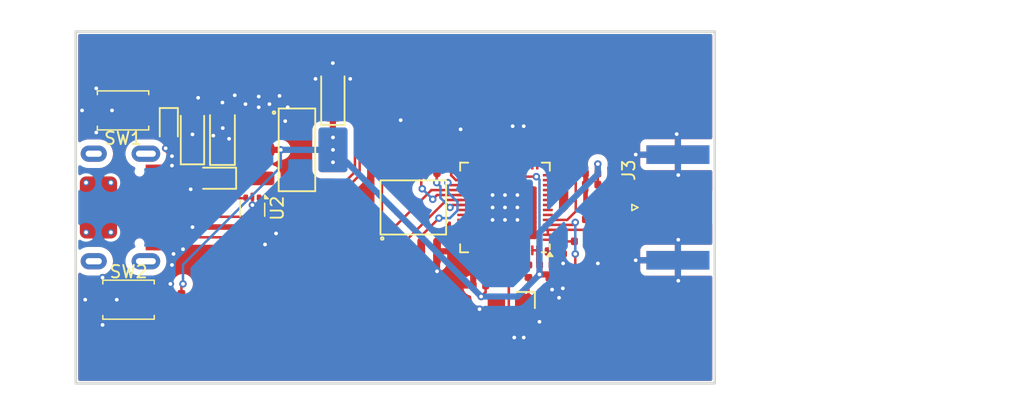
<source format=kicad_pcb>
(kicad_pcb (version 20240108) (generator "pcbnew") (generator_version "8.0")
  (layers (0 "F.Cu" signal) (31 "B.Cu" signal) (34 "B.Paste" user) (35 "F.Paste" user) (36 "B.SilkS" user "B.Silkscreen") (37 "F.SilkS" user "F.Silkscreen") (38 "B.Mask" user) (39 "F.Mask" user) (44 "Edge.Cuts" user))
  (net 0 "")
  (net 1 "Net-(U1-LNA_IN)")
  (net 2 "GND")
  (net 3 "Net-(J3-In)")
  (net 4 "+3.3V")
  (net 5 "/VDD_SPI")
  (net 6 "/VDD3P3")
  (net 7 "/VBUS")
  (net 8 "/VIN")
  (net 9 "/D_P")
  (net 10 "Net-(C16-Pad1)")
  (net 11 "Net-(D3-Pad1)")
  (net 19 "/D_N")
  (net 20 "Net-(J1-CC1)")
  (net 24 "/SPICS0")
  (net 25 "/XTAL_P")
  (net 26 "/IO12")
  (net 27 "/SCL")
  (net 28 "/IO14")
  (net 29 "/IO21")
  (net 30 "/IO46")
  (net 31 "/D-")
  (net 32 "/SPICLK")
  (net 33 "/U0RXD")
  (net 34 "/MTD0")
  (net 35 "/D+")
  (net 36 "/XTAL_32K_N")
  (net 37 "/SPICLK_N")
  (net 38 "/IO1")
  (net 39 "/SDA")
  (net 40 "/IO2")
  (net 41 "/MTMS")
  (net 42 "/IO38")
  (net 43 "/IO5")
  (net 44 "/IO18")
  (net 45 "/IO34")
  (net 46 "/RESET")
  (net 47 "/SPID")
  (net 48 "Net-(J1-CC2)")
  (net 49 "/IO7")
  (net 50 "/IO3")
  (net 51 "/IO45")
  (net 52 "/SPICLK_P")
  (net 53 "/IO11")
  (net 54 "/IO6")
  (net 55 "/SPIWP")
  (net 56 "/U0TXD")
  (net 57 "/IO33")
  (net 58 "/IO13")
  (net 59 "/SPIHD")
  (net 60 "/IO10")
  (net 61 "/SPIQ")
  (net 62 "/IO37")
  (net 63 "/XTAL_32K_P")
  (net 64 "/IO36")
  (net 65 "/BOOT")
  (net 66 "/MTDI")
  (net 67 "/IO4")
  (net 68 "/IO17")
  (net 69 "/MTCK")
  (net 70 "/IO35")
  (net 71 "/XTAL_N")
  (footprint "JLCPCB-Kicad-Footprints:SOT-223-3_L6.5-W3.4-P2.30-LS7.0-BR" (layer "F.Cu") (at 119.312 85.725 180)
    (property "Reference" "U4" (hide yes))
    (property "Value" "AMS1117")
  )
  (footprint "JLCPCB-Kicad-Footprints:SOIC-8_L5.3-W5.3-P1.27-LS8.0-BL" (layer "F.Cu") (at 128.778 90.3625)
    (property "Reference" "U3" (hide yes))
    (property "Value" "W25Q128")
  )
  (footprint "Package_TO_SOT_SMD:SOT-666" (layer "F.Cu") (at 115.824 90.424 -90)
    (property "Reference" "U2")
    (property "Value" "USBLC6-2P6")
  )
  (footprint "JLCPCB-Kicad-Footprints:QFN-56-1EP_7x7mm_P0.4mm_EP4x4mm_ThermalVias" (layer "F.Cu") (at 136.16 90.365 180)
    (property "Reference" "U1" (hide yes))
    (property "Value" "ESP32-S3")
  )
  (footprint "JLCPCB-Kicad-Footprints:L_0402" (layer "F.Cu") (at 142.248 93.091)
    (property "Reference" "L2" (hide yes))
    (property "Value" "2.2nH")
  )
  (footprint "JLCPCB-Kicad-Footprints:R_0402" (layer "F.Cu") (at 109.72 88.9)
    (property "Reference" "R2" (hide yes))
    (property "Value" "5.1kΩ" (hide yes))
  )
  (footprint "JLCPCB-Kicad-Footprints:C_0402" (layer "F.Cu") (at 143.137 91.313 180)
    (property "Reference" "C7" (hide yes))
    (property "Value" "100nF")
  )
  (footprint "JLCPCB-Kicad-Footprints:C_0402" (layer "F.Cu") (at 139.065 97.663 90)
    (property "Reference" "C16" (hide yes))
    (property "Value" "30pF")
  )
  (footprint "JLCPCB-Kicad-Footprints:C_0402" (layer "F.Cu") (at 134.104 96.647 180)
    (property "Reference" "C9" (hide yes))
    (property "Value" "10nF")
  )
  (footprint "JLCPCB-Kicad-Footprints:D_SOD-323" (layer "F.Cu") (at 112.903 88.011 180)
    (property "Reference" "D1" (hide yes))
    (property "Value" "RB751V-40")
  )
  (footprint "Button_Switch_SMD:SW_Push_SPST_NO_Alps_SKRK" (layer "F.Cu") (at 105.41 82.55 180)
    (property "Reference" "SW1")
    (property "Value" "SW_Push")
  )
  (footprint "JLCPCB-Kicad-Footprints:C_0402" (layer "F.Cu") (at 109.22 97.782 90)
    (property "Reference" "C18" (hide yes))
    (property "Value" "1uF")
  )
  (footprint "JLCPCB-Kicad-Footprints:R_0603" (layer "F.Cu") (at 109.728 81.534)
    (property "Reference" "R4" (hide yes))
    (property "Value" "240Ω")
  )
  (footprint "JLCPCB-Kicad-Footprints:C_CASE-A-3216-18(mm)" (layer "F.Cu") (at 110.998 84.582 90)
    (property "Reference" "C14" (hide yes))
    (property "Value" "22uF")
  )
  (footprint "JLCPCB-Kicad-Footprints:R_0402" (layer "F.Cu") (at 110.109 97.79 -90)
    (property "Reference" "R6" (hide yes))
    (property "Value" "10kΩ" (hide yes))
  )
  (footprint "JLCPCB-Kicad-Footprints:C_0402" (layer "F.Cu") (at 143.137 88.519 180)
    (property "Reference" "C5" (hide yes))
    (property "Value" "100nF")
  )
  (footprint "JLCPCB-Kicad-Footprints:C_0402" (layer "F.Cu") (at 143.137 87.63 180)
    (property "Reference" "C3" (hide yes))
    (property "Value" "1uF")
  )
  (footprint "JLCPCB-Kicad-Footprints:C_0402" (layer "F.Cu") (at 127.762 84.59 90)
    (property "Reference" "C6" (hide yes))
    (property "Value" "100nF")
  )
  (footprint "JLCPCB-Kicad-Footprints:D_0603" (layer "F.Cu") (at 109.093 83.848 -90)
    (property "Reference" "D3" (hide yes))
    (property "Value" "Red")
  )
  (footprint "JLCPCB-Kicad-Footprints:C_CASE-A-3216-18(mm)" (layer "F.Cu") (at 122.301 81.407 90)
    (property "Reference" "C15" (hide yes))
    (property "Value" "22uF")
  )
  (footprint "JLCPCB-Kicad-Footprints:L_0402" (layer "F.Cu") (at 143.645 89.916 -90)
    (property "Reference" "L1" (hide yes))
    (property "Value" "2.2nH")
  )
  (footprint "JLCPCB-Kicad-Footprints:C_0402" (layer "F.Cu") (at 135.636 100.838)
    (property "Reference" "C17" (hide yes))
    (property "Value" "30pF")
  )
  (footprint "Connector_Coaxial:SMA_Amphenol_132289_EdgeMount" (layer "F.Cu") (at 150.0855 90.365)
    (property "Reference" "J3")
    (property "Value" "Conn_Coaxial")
  )
  (footprint "JLCPCB-Kicad-Footprints:C_0402" (layer "F.Cu") (at 136.779 85.217 90)
    (property "Reference" "C10" (hide yes))
    (property "Value" "100nF")
  )
  (footprint "JLCPCB-Kicad-Footprints:R_0402" (layer "F.Cu") (at 126.873 84.59 90)
    (property "Reference" "R3" (hide yes))
    (property "Value" "100kΩ" (hide yes))
  )
  (footprint "JLCPCB-Kicad-Footprints:R_0402" (layer "F.Cu") (at 109.728 91.948)
    (property "Reference" "R1" (hide yes))
    (property "Value" "5.1kΩ" (hide yes))
  )
  (footprint "JLCPCB-Kicad-Footprints:D_SOD-123" (layer "F.Cu") (at 113.411 84.582 90)
    (property "Reference" "D2" (hide yes))
    (property "Value" "BZT52B13")
  )
  (footprint "JLCPCB-Kicad-Footprints:C_0402" (layer "F.Cu") (at 143.637 93.599 -90)
    (property "Reference" "C13" (hide yes))
    (property "Value" "3.3pF")
  )
  (footprint "JLCPCB-Kicad-Footprints:C_0402" (layer "F.Cu") (at 116.332 92.456)
    (property "Reference" "C8" (hide yes))
    (property "Value" "100nF")
  )
  (footprint "JLCPCB-Kicad-Footprints:OSC-SMD_4P-L3.2-W2.5-BL_SIT8008BI" (layer "F.Cu") (at 136.568 98.767 180)
    (property "Reference" "X1" (hide yes))
    (property "Value" "40MHz, 15pF")
  )
  (footprint "JLCPCB-Kicad-Footprints:C_0402" (layer "F.Cu") (at 140.208 96.012)
    (property "Reference" "C11" (hide yes))
    (property "Value" "1uF")
  )
  (footprint "JLCPCB-Kicad-Footprints:C_0402" (layer "F.Cu") (at 140.843 93.599 -90)
    (property "Reference" "C12" (hide yes))
    (property "Value" "3.3pF")
  )
  (footprint "JLCPCB-Kicad-Footprints:C_0402" (layer "F.Cu") (at 139.446 94.996)
    (property "Reference" "C1" (hide yes))
    (property "Value" "100nF")
  )
  (footprint "JLCPCB-Kicad-Footprints:TYPE-C-SMD_HX-TYPE-C-16PIN" (layer "F.Cu") (at 105.4295 90.365 -90)
    (property "Reference" "J1" (hide yes))
    (property "Value" "Connector, USB-TYPE-C-16P")
  )
  (footprint "JLCPCB-Kicad-Footprints:C_0402" (layer "F.Cu") (at 137.668 85.217 90)
    (property "Reference" "C2" (hide yes))
    (property "Value" "10uF")
  )
  (footprint "JLCPCB-Kicad-Footprints:R_0402" (layer "F.Cu") (at 138.049 95.496 -90)
    (property "Reference" "R5" (hide yes))
    (property "Value" "22Ω" (hide yes))
  )
  (footprint "Button_Switch_SMD:SW_Push_SPST_NO_Alps_SKRK" (layer "F.Cu") (at 105.85 97.79)
    (property "Reference" "SW2")
    (property "Value" "SW_Push")
  )
  (footprint "JLCPCB-Kicad-Footprints:C_0402" (layer "F.Cu") (at 132.588 85.344 90)
    (property "Reference" "C4" (hide yes))
    (property "Value" "1uF")
  )
  (gr_arc (start 145.288 91.44) (mid 145.58558 90.72158) (end 146.304 90.424) (stroke (width 0.2)) (layer "F.Cu") (net 3))
  (gr_arc (start 145.288 91.44) (mid 144.804433 92.607433) (end 143.637 93.091) (stroke (width 0.2)) (layer "F.Cu") (net 3))
  (gr_rect (start 101.6 76.2) (end 153.05 104.53) (stroke (width 0.2)) (fill none) (layer "Edge.Cuts"))
  (segment (start 140.709 92.965) (end 140.843 93.099) (width 0.2) (layer "F.Cu") (net 1))
  (segment (start 140.843 93.099) (end 141.74 93.099) (width 0.2) (layer "F.Cu") (net 1))
  (segment (start 139.61 92.965) (end 140.709 92.965) (width 0.2) (layer "F.Cu") (net 1))
  (segment (start 141.74 93.099) (end 141.748 93.091) (width 0.2) (layer "F.Cu") (net 1))
  (segment (start 134.112 98.552) (end 134.833 98.552) (width 0.2) (layer "F.Cu") (net 2))
  (segment (start 107.9295 93.565) (end 108.932 93.565) (width 0.5) (layer "F.Cu") (net 2))
  (segment (start 136.906 100.838) (end 137.668 100.838) (width 0.2) (layer "F.Cu") (net 2))
  (segment (start 115.824 90.17) (end 115.824 89.499) (width 0.2) (layer "F.Cu") (net 2))
  (segment (start 127.762 83.335) (end 127.762 84.09) (width 0.2) (layer "F.Cu") (net 2))
  (segment (start 136.136 100.838) (end 136.906 100.838) (width 0.2) (layer "F.Cu") (net 2))
  (segment (start 137.668 99.617) (end 137.668 100.838) (width 0.2) (layer "F.Cu") (net 2))
  (segment (start 134.833 98.552) (end 135.468 97.917) (width 0.2) (layer "F.Cu") (net 2))
  (segment (start 110.22 88.9) (end 110.855 88.9) (width 0.2) (layer "F.Cu") (net 2))
  (segment (start 108.839 85.598) (end 109.347 86.106) (width 0.5) (layer "F.Cu") (net 2))
  (segment (start 107.9295 87.165) (end 109.177 87.165) (width 0.5) (layer "F.Cu") (net 2))
  (segment (start 109.347 86.233) (end 109.347 86.995) (width 0.5) (layer "F.Cu") (net 2))
  (segment (start 109.177 87.165) (end 109.347 86.995) (width 0.5) (layer "F.Cu") (net 2))
  (segment (start 108.932 93.565) (end 109.474 94.107) (width 0.5) (layer "F.Cu") (net 2))
  (segment (start 109.347 86.106) (end 109.347 86.233) (width 0.5) (layer "F.Cu") (net 2))
  (via (at 117.1956 82.042) (size 0.6) (drill 0.3) (layers "F.Cu" "B.Cu") (net 2))
  (via (at 116.332 81.4324) (size 0.6) (drill 0.3) (layers "F.Cu" "B.Cu") (net 2))
  (via (at 104.902 97.79) (size 0.6) (drill 0.3) (layers "F.Cu" "B.Cu") (net 2))
  (via (at 117.729 92.456) (size 0.6) (drill 0.3) (layers "F.Cu" "B.Cu") (net 2))
  (via (at 109.347 86.995) (size 0.6) (drill 0.3) (layers "F.Cu" "B.Cu") (net 2))
  (via (at 140.8176 96.8756) (size 0.6) (drill 0.3) (layers "F.Cu" "B.Cu") (net 2))
  (via (at 116.332 82.296) (size 0.6) (drill 0.3) (layers "F.Cu" "B.Cu") (net 2))
  (via (at 143.637 94.869) (size 0.6) (drill 0.3) (layers "F.Cu" "B.Cu") (net 2))
  (via (at 113.9444 84.836) (size 0.6) (drill 0.3) (layers "F.Cu" "B.Cu") (net 2))
  (via (at 103.251 80.772) (size 0.6) (drill 0.3) (layers "F.Cu" "B.Cu") (net 2))
  (via (at 109.474 94.107) (size 0.6) (drill 0.3) (layers "F.Cu" "B.Cu") (net 2))
  (via (at 104.521 82.55) (size 0.6) (drill 0.3) (layers "F.Cu" "B.Cu") (net 2))
  (via (at 113.4364 83.9724) (size 0.6) (drill 0.3) (layers "F.Cu" "B.Cu") (net 2))
  (via (at 115.824 90.17) (size 0.6) (drill 0.3) (layers "F.Cu" "B.Cu") (net 2))
  (via (at 132.588 84.074) (size 0.6) (drill 0.3) (layers "F.Cu" "B.Cu") (net 2))
  (via (at 118.4656 83.4136) (size 0.6) (drill 0.3) (layers "F.Cu" "B.Cu") (net 2))
  (via (at 139.954 96.9772) (size 0.6) (drill 0.3) (layers "F.Cu" "B.Cu") (net 2))
  (via (at 138.938 99.568) (size 0.6) (drill 0.3) (layers "F.Cu" "B.Cu") (net 2))
  (via (at 110.236 93.726) (size 0.6) (drill 0.3) (layers "F.Cu" "B.Cu") (net 2))
  (via (at 130.688 95.504) (size 0.6) (drill 0.3) (layers "F.Cu" "B.Cu") (net 2))
  (via (at 140.843 94.869) (size 0.6) (drill 0.3) (layers "F.Cu" "B.Cu") (net 2))
  (via (at 127.762 83.335) (size 0.6) (drill 0.3) (layers "F.Cu" "B.Cu") (net 2))
  (via (at 150.114 92.964) (size 0.6) (drill 0.3) (layers "F.Cu" "B.Cu") (net 2))
  (via (at 150.114 96.266) (size 0.6) (drill 0.3) (layers "F.Cu" "B.Cu") (net 2))
  (via (at 122.301 78.74) (size 0.6) (drill 0.3) (layers "F.Cu" "B.Cu") (net 2))
  (via (at 137.668 83.82) (size 0.6) (drill 0.3) (layers "F.Cu" "B.Cu") (net 2))
  (via (at 140.5128 97.6376) (size 0.6) (drill 0.3) (layers "F.Cu" "B.Cu") (net 2))
  (via (at 118.0084 81.3816) (size 0.6) (drill 0.3) (layers "F.Cu" "B.Cu") (net 2))
  (via (at 110.998 84.4804) (size 0.6) (drill 0.3) (layers "F.Cu" "B.Cu") (net 2))
  (via (at 110.998 91.948) (size 0.6) (drill 0.3) (layers "F.Cu" "B.Cu") (net 2))
  (via (at 134.112 98.552) (size 0.6) (drill 0.3) (layers "F.Cu" "B.Cu") (net 2))
  (via (at 123.698 80.01) (size 0.6) (drill 0.3) (layers "F.Cu" "B.Cu") (net 2))
  (via (at 109.22 96.52) (size 0.6) (drill 0.3) (layers "F.Cu" "B.Cu") (net 2))
  (via (at 146.685 86.106) (size 0.6) (drill 0.3) (layers "F.Cu" "B.Cu") (net 2))
  (via (at 103.759 96.012) (size 0.6) (drill 0.3) (layers "F.Cu" "B.Cu") (net 2))
  (via (at 146.685 94.615) (size 0.6) (drill 0.3) (layers "F.Cu" "B.Cu") (net 2))
  (via (at 118.6688 82.296) (size 0.6) (drill 0.3) (layers "F.Cu" "B.Cu") (net 2))
  (via (at 137.668 100.838) (size 0.6) (drill 0.3) (layers "F.Cu" "B.Cu") (net 2))
  (via (at 114.4016 81.3308) (size 0.6) (drill 0.3) (layers "F.Cu" "B.Cu") (net 2))
  (via (at 109.347 94.996) (size 0.6) (drill 0.3) (layers "F.Cu" "B.Cu") (net 2))
  (via (at 102.108 82.55) (size 0.6) (drill 0.3) (layers "F.Cu" "B.Cu") (net 2))
  (via (at 136.779 83.82) (size 0.6) (drill 0.3) (layers "F.Cu" "B.Cu") (net 2))
  (via (at 110.855 88.9) (size 0.6) (drill 0.3) (layers "F.Cu" "B.Cu") (net 2))
  (via (at 102.362 97.79) (size 0.6) (drill 0.3) (layers "F.Cu" "B.Cu") (net 2))
  (via (at 103.251 84.328) (size 0.6) (drill 0.3) (layers "F.Cu" "B.Cu") (net 2))
  (via (at 136.906 100.838) (size 0.6) (drill 0.3) (layers "F.Cu" "B.Cu") (net 2))
  (via (at 113.411 81.915) (size 0.6) (drill 0.3) (layers "F.Cu" "B.Cu") (net 2))
  (via (at 150.114 87.757) (size 0.6) (drill 0.3) (layers "F.Cu" "B.Cu") (net 2))
  (via (at 111.4552 81.534) (size 0.6) (drill 0.3) (layers "F.Cu" "B.Cu") (net 2))
  (via (at 112.6744 84.582) (size 0.6) (drill 0.3) (layers "F.Cu" "B.Cu") (net 2))
  (via (at 149.987 84.455) (size 0.6) (drill 0.3) (layers "F.Cu" "B.Cu") (net 2))
  (via (at 120.904 80.01) (size 0.6) (drill 0.3) (layers "F.Cu" "B.Cu") (net 2))
  (via (at 115.2652 82.042) (size 0.6) (drill 0.3) (layers "F.Cu" "B.Cu") (net 2))
  (via (at 109.347 86.233) (size 0.6) (drill 0.3) (layers "F.Cu" "B.Cu") (net 2))
  (via (at 103.759 99.822) (size 0.6) (drill 0.3) (layers "F.Cu" "B.Cu") (net 2))
  (via (at 116.84 93.345) (size 0.6) (drill 0.3) (layers "F.Cu" "B.Cu") (net 2))
  (via (at 108.839 85.598) (size 0.6) (drill 0.3) (layers "F.Cu" "B.Cu") (net 2))
  (segment (start 142.748 93.091) (end 143.629 93.091) (width 0.2) (layer "F.Cu") (net 3))
  (segment (start 143.629 93.091) (end 143.637 93.099) (width 0.2) (layer "F.Cu") (net 3))
  (segment (start 146.304 90.424) (end 150.0265 90.424) (width 0.2) (layer "F.Cu") (net 3))
  (segment (start 150.0265 90.424) (end 150.0855 90.365) (width 0.2) (layer "F.Cu") (net 3))
  (segment (start 136.760042 87.637294) (end 137.00573 87.882982) (width 0.2) (layer "F.Cu") (net 4))
  (segment (start 136.76 86.915) (end 136.76 85.736) (width 0.2) (layer "F.Cu") (net 4))
  (segment (start 122.301 82.757) (end 122.301 85.714) (width 0.5) (layer "F.Cu") (net 4))
  (segment (start 122.301 85.714) (end 122.312 85.725) (width 0.5) (layer "F.Cu") (net 4))
  (segment (start 136.779 85.717) (end 137.668 85.717) (width 0.2) (layer "F.Cu") (net 4))
  (segment (start 136.760042 87.637294) (end 136.76 87.637252) (width 0.2) (layer "F.Cu") (net 4))
  (segment (start 137.00573 87.882982) (end 138.687415 87.882982) (width 0.2) (layer "F.Cu") (net 4))
  (segment (start 110.109 97.29) (end 110.109 96.647) (width 0.2) (layer "F.Cu") (net 4))
  (segment (start 136.76 85.736) (end 136.779 85.717) (width 0.2) (layer "F.Cu") (net 4))
  (segment (start 134.604 96.774) (end 134.604 97.171) (width 0.2) (layer "F.Cu") (net 4))
  (segment (start 143.637 87.63) (end 143.637 86.868) (width 0.5) (layer "F.Cu") (net 4))
  (segment (start 143.637 88.519) (end 143.637 87.63) (width 0.2) (layer "F.Cu") (net 4))
  (segment (start 110.109 96.647) (end 110.236 96.52) (width 0.2) (layer "F.Cu") (net 4))
  (segment (start 138.76 94.81) (end 138.946 94.996) (width 0.2) (layer "F.Cu") (net 4))
  (segment (start 138.946 94.996) (end 138.946 95.75) (width 0.5) (layer "F.Cu") (net 4))
  (segment (start 138.946 95.75) (end 138.938 95.758) (width 0.5) (layer "F.Cu") (net 4))
  (segment (start 139.581 95.758) (end 139.708 95.885) (width 0.5) (layer "F.Cu") (net 4))
  (segment (start 134.604 97.171) (end 134.239 97.536) (width 0.2) (layer "F.Cu") (net 4))
  (segment (start 138.76 93.815) (end 138.76 94.81) (width 0.2) (layer "F.Cu") (net 4))
  (segment (start 138.938 95.758) (end 139.581 95.758) (width 0.5) (layer "F.Cu") (net 4))
  (segment (start 136.76 87.637252) (end 136.76 86.915) (width 0.2) (layer "F.Cu") (net 4))
  (segment (start 143.645 89.416) (end 143.645 88.527) (width 0.2) (layer "F.Cu") (net 4))
  (segment (start 134.76 96.491) (end 134.76 93.815) (width 0.2) (layer "F.Cu") (net 4))
  (segment (start 134.76 96.618) (end 134.604 96.774) (width 0.2) (layer "F.Cu") (net 4))
  (segment (start 134.604 96.647) (end 134.76 96.491) (width 0.2) (layer "F.Cu") (net 4))
  (segment (start 138.36 93.815) (end 138.76 93.815) (width 0.2) (layer "F.Cu") (net 4))
  (segment (start 143.645 88.527) (end 143.637 88.519) (width 0.2) (layer "F.Cu") (net 4))
  (segment (start 116.342 85.725) (end 118.11 85.725) (width 0.5) (layer "F.Cu") (net 4))
  (via (at 118.11 85.725) (size 0.6) (drill 0.3) (layers "F.Cu" "B.Cu") (net 4))
  (via (at 143.637 86.868) (size 0.6) (drill 0.3) (layers "F.Cu" "B.Cu") (net 4))
  (via (at 110.236 96.52) (size 0.6) (drill 0.3) (layers "F.Cu" "B.Cu") (net 4))
  (via (at 138.687415 87.882982) (size 0.6) (drill 0.3) (layers "F.Cu" "B.Cu") (net 4))
  (via (at 134.239 97.536) (size 0.6) (drill 0.3) (layers "F.Cu" "B.Cu") (net 4))
  (via (at 138.938 95.758) (size 0.6) (drill 0.3) (layers "F.Cu" "B.Cu") (net 4))
  (segment (start 134.239 97.536) (end 123.428 86.725) (width 0.5) (layer "B.Cu") (net 4))
  (segment (start 123.428 86.725) (end 122.312 86.725) (width 0.5) (layer "B.Cu") (net 4))
  (segment (start 110.236 96.52) (end 110.236 94.96604) (width 0.2) (layer "B.Cu") (net 4))
  (segment (start 118.11 85.725) (end 122.312 85.725) (width 0.5) (layer "B.Cu") (net 4))
  (segment (start 110.236 94.96604) (end 118.11 87.09204) (width 0.2) (layer "B.Cu") (net 4))
  (segment (start 138.938 95.758) (end 137.16 97.536) (width 0.5) (layer "B.Cu") (net 4))
  (segment (start 143.637 87.672744) (end 138.938 92.371744) (width 0.5) (layer "B.Cu") (net 4))
  (segment (start 137.16 97.536) (end 134.239 97.536) (width 0.5) (layer "B.Cu") (net 4))
  (segment (start 118.11 87.09204) (end 118.11 85.725) (width 0.2) (layer "B.Cu") (net 4))
  (segment (start 138.687415 87.882982) (end 138.938 88.133567) (width 0.2) (layer "B.Cu") (net 4))
  (segment (start 138.938 88.133567) (end 138.938 92.371744) (width 0.2) (layer "B.Cu") (net 4))
  (segment (start 143.637 86.868) (end 143.637 87.672744) (width 0.5) (layer "B.Cu") (net 4))
  (segment (start 138.938 92.371744) (end 138.938 95.758) (width 0.5) (layer "B.Cu") (net 4))
  (segment (start 127.762 85.09) (end 128.278 84.574) (width 0.2) (layer "F.Cu") (net 5))
  (segment (start 126.868 85.095) (end 126.873 85.09) (width 0.2) (layer "F.Cu") (net 5))
  (segment (start 126.873 86.8275) (end 126.868 86.8325) (width 0.2) (layer "F.Cu") (net 5))
  (segment (start 128.278 84.574) (end 131.056 84.574) (width 0.2) (layer "F.Cu") (net 5))
  (segment (start 126.873 85.09) (end 127.762 85.09) (width 0.2) (layer "F.Cu") (net 5))
  (segment (start 132.71 86.228) (end 132.71 87.765) (width 0.2) (layer "F.Cu") (net 5))
  (segment (start 131.056 84.574) (end 132.71 86.228) (width 0.2) (layer "F.Cu") (net 5))
  (segment (start 126.873 85.09) (end 126.873 86.8275) (width 0.2) (layer "F.Cu") (net 5))
  (segment (start 143.637 90.424) (end 143.645 90.416) (width 0.2) (layer "F.Cu") (net 6))
  (segment (start 143.637 91.313) (end 142.785 92.165) (width 0.2) (layer "F.Cu") (net 6))
  (segment (start 142.785 92.165) (end 139.61 92.165) (width 0.2) (layer "F.Cu") (net 6))
  (segment (start 139.61 92.565) (end 139.61 92.165) (width 0.2) (layer "F.Cu") (net 6))
  (segment (start 143.637 91.313) (end 143.637 90.424) (width 0.2) (layer "F.Cu") (net 6))
  (segment (start 107.9295 87.965) (end 111.807 87.965) (width 0.5) (layer "F.Cu") (net 7))
  (segment (start 115.824 92.448) (end 115.832 92.456) (width 0.2) (layer "F.Cu") (net 7))
  (segment (start 111.807 87.965) (end 111.853 88.011) (width 0.5) (layer "F.Cu") (net 7))
  (segment (start 107.9295 92.765) (end 115.523 92.765) (width 0.2) (layer "F.Cu") (net 7))
  (segment (start 115.824 91.349) (end 115.824 92.448) (width 0.2) (layer "F.Cu") (net 7))
  (segment (start 115.523 92.765) (end 115.832 92.456) (width 0.2) (layer "F.Cu") (net 7))
  (segment (start 113.411 86.232) (end 113.411 87.469) (width 0.5) (layer "F.Cu") (net 8))
  (segment (start 110.387 85.932) (end 109.093 84.638) (width 0.5) (layer "F.Cu") (net 8))
  (segment (start 110.998 85.932) (end 110.387 85.932) (width 0.5) (layer "F.Cu") (net 8))
  (segment (start 113.411 87.469) (end 113.953 88.011) (width 0.5) (layer "F.Cu") (net 8))
  (segment (start 116.328 88.011) (end 116.342 88.025) (width 0.5) (layer "F.Cu") (net 8))
  (segment (start 113.953 88.011) (end 116.328 88.011) (width 0.5) (layer "F.Cu") (net 8))
  (segment (start 111.298 86.232) (end 110.998 85.932) (width 0.5) (layer "F.Cu") (net 8))
  (segment (start 113.411 86.232) (end 111.298 86.232) (width 0.5) (layer "F.Cu") (net 8))
  (segment (start 107.9295 91.115) (end 115.1275 91.115) (width 0.2) (layer "F.Cu") (net 9))
  (segment (start 115.1275 91.115) (end 115.2865 91.274) (width 0.2) (layer "F.Cu") (net 9))
  (segment (start 138.049 97.536) (end 137.668 97.917) (width 0.2) (layer "F.Cu") (net 10))
  (segment (start 138.049 95.996) (end 138.049 97.536) (width 0.2) (layer "F.Cu") (net 10))
  (segment (start 137.668 97.917) (end 138.819 97.917) (width 0.2) (layer "F.Cu") (net 10))
  (segment (start 138.819 97.917) (end 139.065 98.163) (width 0.2) (layer "F.Cu") (net 10))
  (segment (start 109.093 83.058) (end 109.093 81.719) (width 0.2) (layer "F.Cu") (net 11))
  (segment (start 109.093 81.719) (end 108.908 81.534) (width 0.2) (layer "F.Cu") (net 11))
  (segment (start 115.2455 89.615) (end 115.2865 89.574) (width 0.2) (layer "F.Cu") (net 19))
  (segment (start 107.9295 89.615) (end 115.2455 89.615) (width 0.2) (layer "F.Cu") (net 19))
  (segment (start 109.005 89.115) (end 109.22 88.9) (width 0.2) (layer "F.Cu") (net 20))
  (segment (start 107.9295 89.115) (end 109.005 89.115) (width 0.2) (layer "F.Cu") (net 20))
  (segment (start 126.873 84.09) (end 126.253 84.71) (width 0.2) (layer "F.Cu") (net 24))
  (segment (start 126.868 93.8925) (end 126.868 92.456) (width 0.2) (layer "F.Cu") (net 24))
  (segment (start 130.237 88.965) (end 132.71 88.965) (width 0.2) (layer "F.Cu") (net 24))
  (segment (start 126.868 92.334) (end 130.237 88.965) (width 0.2) (layer "F.Cu") (net 24))
  (segment (start 126.253 91.841) (end 126.868 92.456) (width 0.2) (layer "F.Cu") (net 24))
  (segment (start 126.868 92.456) (end 126.868 92.334) (width 0.2) (layer "F.Cu") (net 24))
  (segment (start 126.253 84.71) (end 126.253 91.841) (width 0.2) (layer "F.Cu") (net 24))
  (segment (start 137.96 93.815) (end 137.96 94.907) (width 0.2) (layer "F.Cu") (net 25))
  (segment (start 137.96 94.907) (end 138.049 94.996) (width 0.2) (layer "F.Cu") (net 25))
  (segment (start 137.16 93.815) (end 137.16 94.31136) (width 0.2) (layer "F.Cu") (net 30))
  (segment (start 134.785001 83.920801) (end 134.785001 86.889999) (width 0.2) (layer "F.Cu") (net 31))
  (segment (start 117.361501 90.199) (end 121.383 90.199) (width 0.2) (layer "F.Cu") (net 31))
  (segment (start 134.785001 86.889999) (end 134.76 86.915) (width 0.2) (layer "F.Cu") (net 31))
  (segment (start 116.3615 89.574) (end 116.736501 89.574) (width 0.2) (layer "F.Cu") (net 31))
  (segment (start 121.383 90.199) (end 124.079 87.503) (width 0.2) (layer "F.Cu") (net 31))
  (segment (start 124.079 83.8828) (end 125.6368 82.325) (width 0.2) (layer "F.Cu") (net 31))
  (segment (start 124.079 87.503) (end 124.079 83.8828) (width 0.2) (layer "F.Cu") (net 31))
  (segment (start 133.1892 82.325) (end 134.785001 83.920801) (width 0.2) (layer "F.Cu") (net 31))
  (segment (start 116.736501 89.574) (end 117.361501 90.199) (width 0.2) (layer "F.Cu") (net 31))
  (segment (start 125.6368 82.325) (end 133.1892 82.325) (width 0.2) (layer "F.Cu") (net 31))
  (segment (start 130.345265 89.705265) (end 130.68553 89.365) (width 0.2) (layer "F.Cu") (net 32))
  (segment (start 129.418 88.778) (end 129.418 86.8325) (width 0.2) (layer "F.Cu") (net 32))
  (segment (start 130.68553 89.365) (end 132.71 89.365) (width 0.2) (layer "F.Cu") (net 32))
  (segment (start 129.496735 88.856735) (end 129.418 88.778) (width 0.2) (layer "F.Cu") (net 32))
  (via (at 129.496735 88.856735) (size 0.6) (drill 0.3) (layers "F.Cu" "B.Cu") (net 32))
  (via (at 130.345265 89.705265) (size 0.6) (drill 0.3) (layers "F.Cu" "B.Cu") (net 32))
  (segment (start 130.345265 89.705265) (end 129.496735 88.856735) (width 0.2) (layer "B.Cu") (net 32))
  (segment (start 124.46 84.1382) (end 125.8232 82.775) (width 0.2) (layer "F.Cu") (net 35))
  (segment (start 116.3615 91.274) (end 116.736501 91.274) (width 0.2) (layer "F.Cu") (net 35))
  (segment (start 116.736501 91.274) (end 117.361501 90.649) (width 0.2) (layer "F.Cu") (net 35))
  (segment (start 124.46 87.757) (end 124.46 84.1382) (width 0.2) (layer "F.Cu") (net 35))
  (segment (start 125.8232 82.775) (end 133.0028 82.775) (width 0.2) (layer "F.Cu") (net 35))
  (segment (start 133.0028 82.775) (end 134.334999 84.107199) (width 0.2) (layer "F.Cu") (net 35))
  (segment (start 134.334999 84.107199) (end 134.334999 86.889999) (width 0.2) (layer "F.Cu") (net 35))
  (segment (start 117.361501 90.649) (end 121.568 90.649) (width 0.2) (layer "F.Cu") (net 35))
  (segment (start 134.334999 86.889999) (end 134.36 86.915) (width 0.2) (layer "F.Cu") (net 35))
  (segment (start 121.568 90.649) (end 124.46 87.757) (width 0.2) (layer "F.Cu") (net 35))
  (segment (start 141.820528 91.565) (end 141.620528 91.765) (width 0.2) (layer "F.Cu") (net 46))
  (segment (start 109.22 98.282) (end 108.442 98.282) (width 0.2) (layer "F.Cu") (net 46))
  (segment (start 109.22 98.282) (end 110.101 98.282) (width 0.2) (layer "F.Cu") (net 46))
  (segment (start 110.109 98.29) (end 113.267 101.448) (width 0.2) (layer "F.Cu") (net 46))
  (segment (start 141.820527 97.534002) (end 137.906529 101.448) (width 0.2) (layer "F.Cu") (net 46))
  (segment (start 108.442 98.282) (end 107.95 97.79) (width 0.2) (layer "F.Cu") (net 46))
  (segment (start 137.906529 101.448) (end 113.411 101.448) (width 0.2) (layer "F.Cu") (net 46))
  (segment (start 141.820527 94.107) (end 141.820527 97.534002) (width 0.2) (layer "F.Cu") (net 46))
  (segment (start 113.267 101.448) (end 113.411 101.448) (width 0.2) (layer "F.Cu") (net 46))
  (segment (start 141.620528 91.765) (end 139.61 91.765) (width 0.2) (layer "F.Cu") (net 46))
  (segment (start 110.101 98.282) (end 110.109 98.29) (width 0.2) (layer "F.Cu") (net 46))
  (via (at 141.820527 94.107) (size 0.6) (drill 0.3) (layers "F.Cu" "B.Cu") (net 46))
  (via (at 141.820528 91.565) (size 0.6) (drill 0.3) (layers "F.Cu" "B.Cu") (net 46))
  (segment (start 141.820527 91.565001) (end 141.820528 91.565) (width 0.2) (layer "B.Cu") (net 46))
  (segment (start 141.820527 94.107) (end 141.820527 91.565001) (width 0.2) (layer "B.Cu") (net 46))
  (segment (start 130.661265 88.365) (end 130.661265 86.859235) (width 0.2) (layer "F.Cu") (net 47))
  (segment (start 130.661265 86.859235) (end 130.688 86.8325) (width 0.2) (layer "F.Cu") (net 47))
  (segment (start 132.71 90.165) (end 131.935515 90.165) (width 0.2) (layer "F.Cu") (net 47))
  (segment (start 131.935515 90.165) (end 131.735515 90.365) (width 0.2) (layer "F.Cu") (net 47))
  (via (at 130.661265 88.365) (size 0.6) (drill 0.3) (layers "F.Cu" "B.Cu") (net 47))
  (via (at 131.735515 90.365) (size 0.6) (drill 0.3) (layers "F.Cu" "B.Cu") (net 47))
  (segment (start 130.965112 89.594597) (end 130.965112 88.668847) (width 0.2) (layer "B.Cu") (net 47))
  (segment (start 130.965112 88.668847) (end 130.661265 88.365) (width 0.2) (layer "B.Cu") (net 47))
  (segment (start 131.735515 90.365) (end 130.965112 89.594597) (width 0.2) (layer "B.Cu") (net 47))
  (segment (start 107.9295 92.115) (end 108.9865 92.115) (width 0.2) (layer "F.Cu") (net 48))
  (segment (start 108.9865 92.115) (end 109.1535 91.948) (width 0.2) (layer "F.Cu") (net 48))
  (segment (start 131.765112 88.565) (end 131.565112 88.365) (width 0.2) (layer "F.Cu") (net 55))
  (segment (start 129.418 92.65103) (end 129.418 93.8925) (width 0.2) (layer "F.Cu") (net 55))
  (segment (start 130.846515 91.222515) (end 129.418 92.65103) (width 0.2) (layer "F.Cu") (net 55))
  (segment (start 132.71 88.565) (end 131.765112 88.565) (width 0.2) (layer "F.Cu") (net 55))
  (via (at 130.846515 91.222515) (size 0.6) (drill 0.3) (layers "F.Cu" "B.Cu") (net 55))
  (via (at 131.565112 88.365) (size 0.6) (drill 0.3) (layers "F.Cu" "B.Cu") (net 55))
  (segment (start 131.726529 91.222515) (end 130.846515 91.222515) (width 0.2) (layer "B.Cu") (net 55))
  (segment (start 132.335515 89.917515) (end 132.335515 90.613529) (width 0.2) (layer "B.Cu") (net 55))
  (segment (start 131.565112 88.365) (end 131.565112 89.147112) (width 0.2) (layer "B.Cu") (net 55))
  (segment (start 131.565112 89.147112) (end 132.335515 89.917515) (width 0.2) (layer "B.Cu") (net 55))
  (segment (start 132.335515 90.613529) (end 131.726529 91.222515) (width 0.2) (layer "B.Cu") (net 55))
  (segment (start 132.21364 88.165) (end 131.826 87.77736) (width 0.2) (layer "F.Cu") (net 59))
  (segment (start 129.0705 85.09) (end 128.138 86.0225) (width 0.2) (layer "F.Cu") (net 59))
  (segment (start 132.71 88.165) (end 132.21364 88.165) (width 0.2) (layer "F.Cu") (net 59))
  (segment (start 131.826 86.106) (end 130.81 85.09) (width 0.2) (layer "F.Cu") (net 59))
  (segment (start 130.81 85.09) (end 129.0705 85.09) (width 0.2) (layer "F.Cu") (net 59))
  (segment (start 128.138 86.0225) (end 128.138 86.8325) (width 0.2) (layer "F.Cu") (net 59))
  (segment (start 131.826 87.77736) (end 131.826 86.106) (width 0.2) (layer "F.Cu") (net 59))
  (segment (start 128.138 93.0825) (end 131.4555 89.765) (width 0.2) (layer "F.Cu") (net 61))
  (segment (start 128.138 93.8925) (end 128.138 93.0825) (width 0.2) (layer "F.Cu") (net 61))
  (segment (start 131.4555 89.765) (end 132.71 89.765) (width 0.2) (layer "F.Cu") (net 61))
  (segment (start 119.126 80.391) (end 120.396 81.661) (width 0.2) (layer "F.Cu") (net 65))
  (segment (start 141.859 90.678) (end 141.172 91.365) (width 0.2) (layer "F.Cu") (net 65))
  (segment (start 108.669 80.391) (end 119.126 80.391) (width 0.2) (layer "F.Cu") (net 65))
  (segment (start 141.172 91.365) (end 139.61 91.365) (width 0.2) (layer "F.Cu") (net 65))
  (segment (start 138.811 81.661) (end 141.859 84.709) (width 0.2) (layer "F.Cu") (net 65))
  (segment (start 107.51 82.55) (end 107.51 81.55) (width 0.2) (layer "F.Cu") (net 65))
  (segment (start 107.51 81.55) (end 108.669 80.391) (width 0.2) (layer "F.Cu") (net 65))
  (segment (start 141.859 84.709) (end 141.859 90.678) (width 0.2) (layer "F.Cu") (net 65))
  (segment (start 120.396 81.661) (end 138.811 81.661) (width 0.2) (layer "F.Cu") (net 65))
  (segment (start 135.136 100.838) (end 135.136 99.949) (width 0.2) (layer "F.Cu") (net 71))
  (segment (start 136.468 98.617) (end 135.468 99.617) (width 0.2) (layer "F.Cu") (net 71))
  (segment (start 137.56 94.548866) (end 136.468 95.640866) (width 0.2) (layer "F.Cu") (net 71))
  (segment (start 137.56 93.815) (end 137.56 94.548866) (width 0.2) (layer "F.Cu") (net 71))
  (segment (start 135.136 99.949) (end 135.468 99.617) (width 0.2) (layer "F.Cu") (net 71))
  (segment (start 136.468 95.640866) (end 136.468 98.617) (width 0.2) (layer "F.Cu") (net 71))
  (zone (net 2) (net_name "GND") (layers "F&B.Cu") (connect_pads (clearance 0.5)) (min_thickness 0.25) (fill yes (thermal_gap 0.5) (thermal_bridge_width 0.5))
    (polygon (pts (xy 99.06 73.66) (xy 99.06 106.68) (xy 154.94 106.68) (xy 154.94 73.66)))
  )
)
</source>
